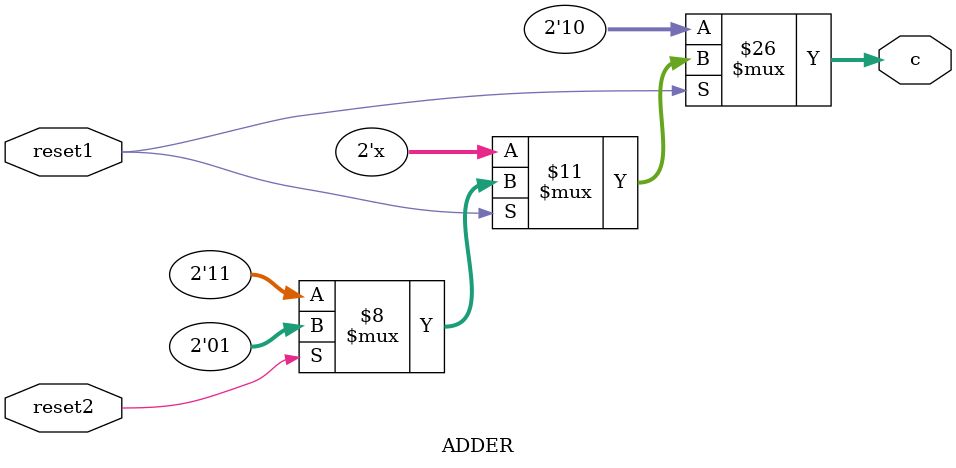
<source format=v>
module ADDER ( 
 input wire reset1,
input wire reset2,
output reg [1:0] c );

reg [1:0] a,b;

always @(*) begin 

a= 2'b00;
b= 2'b01;
c = a+b;

if (!reset1) begin 
a= 2'b01;
b= 2'b01;
c = a+b;
end

else if (!reset2) begin 
a=2'b01;
b=2'b10;
c = a+b;
end

end

endmodule 
</source>
